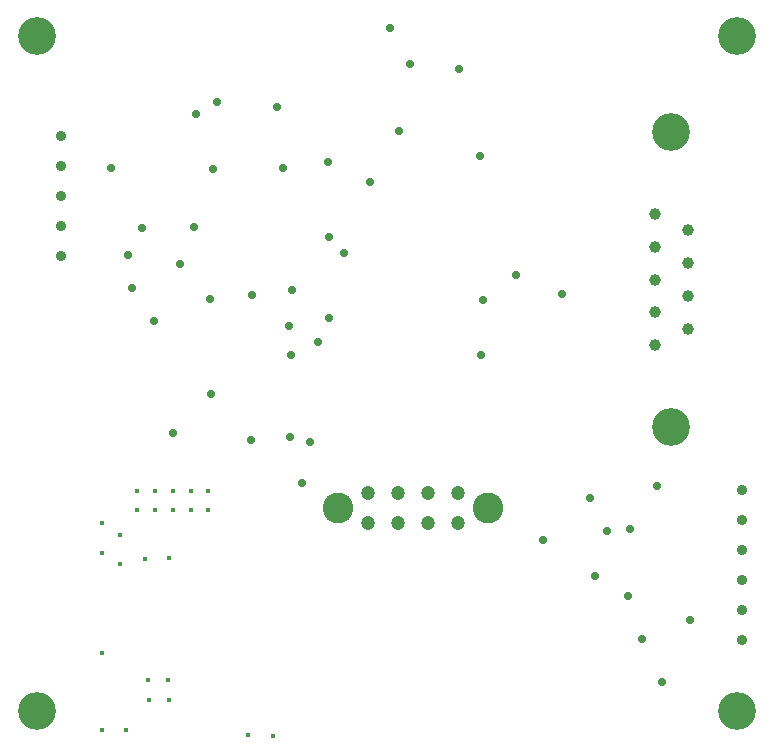
<source format=gbr>
%TF.GenerationSoftware,Altium Limited,Altium Designer,20.2.5 (213)*%
G04 Layer_Color=0*
%FSLAX44Y44*%
%MOMM*%
%TF.SameCoordinates,3FE501F2-1E46-4B48-ABA6-5278C61F2325*%
%TF.FilePolarity,Positive*%
%TF.FileFunction,Plated,1,2,PTH,Drill*%
%TF.Part,Single*%
G01*
G75*
%TA.AperFunction,ComponentDrill*%
%ADD110C,0.7000*%
%ADD111C,0.9000*%
%ADD112C,2.6000*%
%ADD113C,1.2000*%
%ADD114C,1.0000*%
%ADD115C,3.2000*%
%TA.AperFunction,OtherDrill,Pad Free-5 (63.2mm,4mm)*%
%ADD116C,3.2000*%
%TA.AperFunction,OtherDrill,Pad Free-4 (4mm,4mm)*%
%ADD117C,3.2000*%
%TA.AperFunction,OtherDrill,Pad Free-3 (4mm,61.1mm)*%
%ADD118C,3.2000*%
%TA.AperFunction,OtherDrill,Pad Free-2 (63.2mm,61.1mm)*%
%ADD119C,3.2000*%
%TA.AperFunction,ViaDrill,NotFilled*%
%ADD120C,0.7112*%
%ADD121C,0.4000*%
D110*
X397000Y583000D02*
D03*
D111*
X637000Y226600D02*
D03*
Y201200D02*
D03*
Y175800D02*
D03*
Y150400D02*
D03*
Y125000D02*
D03*
Y99600D02*
D03*
X60000Y424800D02*
D03*
Y450200D02*
D03*
Y475600D02*
D03*
Y501000D02*
D03*
Y526400D02*
D03*
D112*
X421642Y211724D02*
D03*
X294642D02*
D03*
D113*
X320000Y199000D02*
D03*
X345399D02*
D03*
X370797D02*
D03*
X396196D02*
D03*
X396242Y224424D02*
D03*
X370844Y224440D02*
D03*
X345445D02*
D03*
X320046D02*
D03*
D114*
X562600Y349750D02*
D03*
X591000Y363600D02*
D03*
X562600Y377450D02*
D03*
X591000Y391300D02*
D03*
X562600Y405150D02*
D03*
X591000Y419000D02*
D03*
X562600Y432850D02*
D03*
X591000Y446700D02*
D03*
X562600Y460550D02*
D03*
D115*
X576800Y530100D02*
D03*
Y280200D02*
D03*
D116*
X632000Y40000D02*
D03*
D117*
X40000D02*
D03*
D118*
X40000Y611000D02*
D03*
D119*
X632000D02*
D03*
D120*
X355400Y587650D02*
D03*
X415000Y510000D02*
D03*
X346000Y531000D02*
D03*
X507600Y220000D02*
D03*
X186000Y389000D02*
D03*
X339000Y618000D02*
D03*
X161145Y418231D02*
D03*
X255000Y341000D02*
D03*
X253100Y366100D02*
D03*
X322000Y488000D02*
D03*
X286509Y504491D02*
D03*
X174000Y545000D02*
D03*
X192000Y555102D02*
D03*
X155000Y275000D02*
D03*
X187000Y308000D02*
D03*
X220995Y269600D02*
D03*
X254000Y272000D02*
D03*
X222000Y392000D02*
D03*
X286724Y441276D02*
D03*
X173000Y450000D02*
D03*
X522000Y192000D02*
D03*
X541997Y193998D02*
D03*
X484000Y393000D02*
D03*
X189000Y499000D02*
D03*
X569000Y64000D02*
D03*
X416000Y341000D02*
D03*
X278000Y352000D02*
D03*
X117000Y426000D02*
D03*
X129000Y449000D02*
D03*
X445000Y409000D02*
D03*
X565000Y230000D02*
D03*
X468000Y185000D02*
D03*
X512000Y154000D02*
D03*
X102000Y500000D02*
D03*
X120000Y398000D02*
D03*
X271000Y268000D02*
D03*
X300000Y428000D02*
D03*
X417000Y388000D02*
D03*
X287000Y372400D02*
D03*
X540000Y137000D02*
D03*
X256000Y396000D02*
D03*
X243000Y551000D02*
D03*
X248000Y500000D02*
D03*
X593000Y117000D02*
D03*
X264000Y233000D02*
D03*
X139000Y370000D02*
D03*
X552000Y101000D02*
D03*
D121*
X124500Y226250D02*
D03*
X154750D02*
D03*
X169750D02*
D03*
X184750D02*
D03*
X124750Y209750D02*
D03*
X154750D02*
D03*
X169750D02*
D03*
X184750D02*
D03*
X109750Y189000D02*
D03*
Y164000D02*
D03*
X131500Y168500D02*
D03*
X151500Y169500D02*
D03*
X134000Y66250D02*
D03*
X151000D02*
D03*
X139750Y226250D02*
D03*
X94750Y199000D02*
D03*
X139750Y209750D02*
D03*
X114750Y24000D02*
D03*
X94750D02*
D03*
X239750Y19000D02*
D03*
X218750Y19250D02*
D03*
X134250Y48750D02*
D03*
X151250D02*
D03*
X94750Y174000D02*
D03*
Y89000D02*
D03*
%TF.MD5,829d4790492098500c2e7cee04f515d1*%
M02*

</source>
